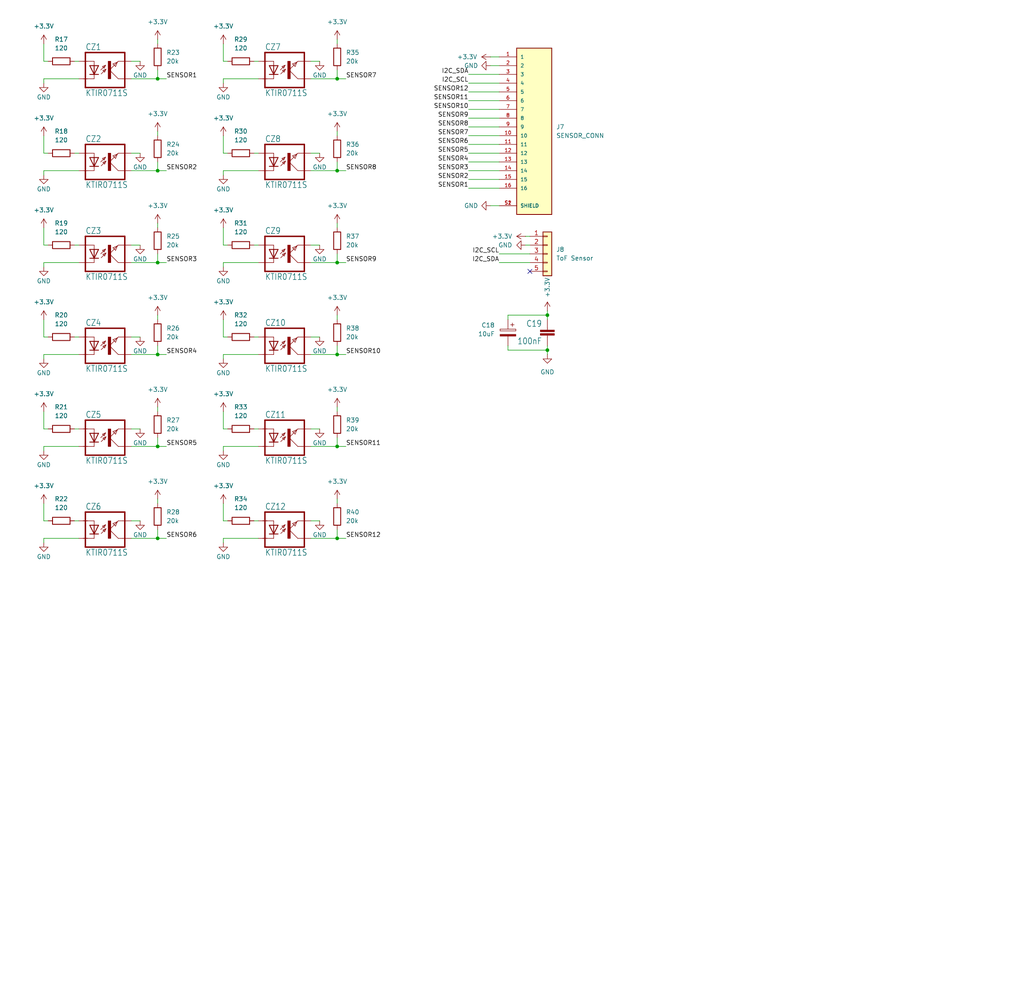
<source format=kicad_sch>
(kicad_sch (version 20231120) (generator "eeschema") (generator_version "8.0")
  (paper "User" 297.002 287.553)
  (lib_symbols
    (symbol "Connector_Generic:Conn_01x05" (pin_names (offset 1.016) hide)
      (property "Reference" "J" (at 0 7.62 0))
      (property "Value" "Conn_01x05" (at 0 -7.62 0))
      (symbol "Conn_01x05_1_1"
        (rectangle (start -1.27 -4.953) (end 0 -5.207) (stroke (width 0.1524)))
        (rectangle (start -1.27 -2.413) (end 0 -2.667) (stroke (width 0.1524)))
        (rectangle (start -1.27 0.127) (end 0 -0.127) (stroke (width 0.1524)))
        (rectangle (start -1.27 2.667) (end 0 2.413) (stroke (width 0.1524)))
        (rectangle (start -1.27 5.207) (end 0 4.953) (stroke (width 0.1524)))
        (rectangle (start -1.27 6.35) (end 1.27 -6.35) (stroke (width 0.254)) (fill (type background)))
        (pin passive line (at -5.08 5.08 0) (length 3.81) (name "Pin_1") (number "1"))
        (pin passive line (at -5.08 2.54 0) (length 3.81) (name "Pin_2") (number "2"))
        (pin passive line (at -5.08 0 0) (length 3.81) (name "Pin_3") (number "3"))
        (pin passive line (at -5.08 -2.54 0) (length 3.81) (name "Pin_4") (number "4"))
        (pin passive line (at -5.08 -5.08 0) (length 3.81) (name "Pin_5") (number "5"))
      )
    )
    (symbol "Device:C_Polarized" (pin_numbers hide) (pin_names (offset 0.254))
      (property "Reference" "C" (at 0.635 2.54 0))
      (property "Value" "C_Polarized" (at 0.635 -2.54 0))
      (symbol "C_Polarized_0_1"
        (rectangle (start -2.286 0.508) (end 2.286 1.016))
        (polyline (pts (xy -1.778 2.286) (xy -0.762 2.286)))
        (polyline (pts (xy -1.27 2.794) (xy -1.27 1.778)))
        (rectangle (start 2.286 -0.508) (end -2.286 -1.016) (fill (type outline)))
      )
      (symbol "C_Polarized_1_1"
        (pin passive line (at 0 3.81 270) (length 2.794) (name "~") (number "1"))
        (pin passive line (at 0 -3.81 90) (length 2.794) (name "~") (number "2"))
      )
    )
    (symbol "Device:R" (pin_numbers hide) (pin_names (offset 0))
      (property "Reference" "R" (at 2.032 0 90))
      (property "Value" "R" (at 0 0 90))
      (symbol "R_0_1"
        (rectangle (start -1.016 -2.54) (end 1.016 2.54) (stroke (width 0.254)))
      )
      (symbol "R_1_1"
        (pin passive line (at 0 3.81 270) (length 1.27) (name "~") (number "1"))
        (pin passive line (at 0 -3.81 90) (length 1.27) (name "~") (number "2"))
      )
    )
    (symbol "FFC2B28-16-G:FFC2B28-16-G" (pin_names (offset 1.016))
      (property "Reference" "J" (at -5.08 23.622 0))
      (property "Value" "FFC2B28-16-G" (at -5.08 -27.94 0))
      (symbol "FFC2B28-16-G_0_0"
        (rectangle (start -5.08 -25.4) (end 5.08 22.86) (stroke (width 0.254)) (fill (type background)))
        (pin passive line (at -10.16 20.32 0) (length 5.08) (name "1") (number "1"))
        (pin passive line (at -10.16 -2.54 0) (length 5.08) (name "10") (number "10"))
        (pin passive line (at -10.16 -5.08 0) (length 5.08) (name "11") (number "11"))
        (pin passive line (at -10.16 -7.62 0) (length 5.08) (name "12") (number "12"))
        (pin passive line (at -10.16 -10.16 0) (length 5.08) (name "13") (number "13"))
        (pin passive line (at -10.16 -12.7 0) (length 5.08) (name "14") (number "14"))
        (pin passive line (at -10.16 -15.24 0) (length 5.08) (name "15") (number "15"))
        (pin passive line (at -10.16 -17.78 0) (length 5.08) (name "16") (number "16"))
        (pin passive line (at -10.16 17.78 0) (length 5.08) (name "2") (number "2"))
        (pin passive line (at -10.16 15.24 0) (length 5.08) (name "3") (number "3"))
        (pin passive line (at -10.16 12.7 0) (length 5.08) (name "4") (number "4"))
        (pin passive line (at -10.16 10.16 0) (length 5.08) (name "5") (number "5"))
        (pin passive line (at -10.16 7.62 0) (length 5.08) (name "6") (number "6"))
        (pin passive line (at -10.16 5.08 0) (length 5.08) (name "7") (number "7"))
        (pin passive line (at -10.16 2.54 0) (length 5.08) (name "8") (number "8"))
        (pin passive line (at -10.16 0 0) (length 5.08) (name "9") (number "9"))
        (pin passive line (at -10.16 -22.86 0) (length 5.08) (name "SHIELD") (number "S1"))
        (pin passive line (at -10.16 -22.86 0) (length 5.08) (name "SHIELD") (number "S2"))
      )
    )
    (symbol "power:+3.3V" (power) (pin_numbers hide) (pin_names (offset 0) hide)
      (property "Value" "+3.3V" (at 0 3.556 0))
      (symbol "+3.3V_0_1"
        (polyline (pts (xy -0.762 1.27) (xy 0 2.54)))
        (polyline (pts (xy 0 0) (xy 0 2.54)))
        (polyline (pts (xy 0 2.54) (xy 0.762 1.27)))
      )
      (symbol "+3.3V_1_1"
        (pin power_in line (at 0 0 90) (length 0) (name "~") (number "1"))
      )
    )
    (symbol "power:GND" (power) (pin_numbers hide) (pin_names (offset 0) hide)
      (property "Value" "GND" (at 0 -3.81 0))
      (symbol "GND_0_1"
        (polyline (pts (xy 0 0) (xy 0 -1.27) (xy 1.27 -1.27) (xy 0 -2.54) (xy -1.27 -1.27) (xy 0 -1.27)))
      )
      (symbol "GND_1_1"
        (pin power_in line (at 0 0 270) (length 0) (name "~") (number "1"))
      )
    )
    (symbol "schemat-eagle-import:ktir0711s_KTIR0711S"
      (property "Reference" "CZ" (at -5.715 5.715 0))
      (symbol "ktir0711s_KTIR0711S_1_0"
        (polyline (pts (xy -5.715 -5.08) (xy 5.715 -5.08)) (stroke (width 0.4064)))
        (polyline (pts (xy -5.715 5.08) (xy -5.715 -5.08)) (stroke (width 0.4064)))
        (polyline (pts (xy -5.715 5.08) (xy 5.715 5.08)) (stroke (width 0.4064)))
        (polyline (pts (xy -3.175 -2.54) (xy -6.35 -2.54)) (stroke (width 0.1524)))
        (polyline (pts (xy -3.175 -1.27) (xy -4.445 -1.27)) (stroke (width 0.254)))
        (polyline (pts (xy -3.175 -1.27) (xy -4.445 1.27)) (stroke (width 0.254)))
        (polyline (pts (xy -3.175 -1.27) (xy -3.175 -2.54)) (stroke (width 0.1524)))
        (polyline (pts (xy -3.175 1.27) (xy -4.445 1.27)) (stroke (width 0.254)))
        (polyline (pts (xy -3.175 1.27) (xy -3.175 -1.27)) (stroke (width 0.254)))
        (polyline (pts (xy -3.175 2.54) (xy -6.35 2.54)) (stroke (width 0.1524)))
        (polyline (pts (xy -3.175 2.54) (xy -3.175 1.27)) (stroke (width 0.1524)))
        (polyline (pts (xy -1.905 -1.27) (xy -3.175 -1.27)) (stroke (width 0.254)))
        (polyline (pts (xy -1.905 1.27) (xy -3.175 -1.27)) (stroke (width 0.254)))
        (polyline (pts (xy -1.905 1.27) (xy -3.175 1.27)) (stroke (width 0.254)))
        (polyline (pts (xy -1.27 0) (xy 0.127 1.397)) (stroke (width 0.1524)))
        (polyline (pts (xy -1.143 -1.143) (xy 0.254 0.254)) (stroke (width 0.1524)))
        (polyline (pts (xy -0.762 1.016) (xy -0.254 0.508)) (stroke (width 0.1524)))
        (polyline (pts (xy -0.635 -0.127) (xy -0.127 -0.635)) (stroke (width 0.1524)))
        (polyline (pts (xy -0.254 0.508) (xy 0.127 1.397)) (stroke (width 0.1524)))
        (polyline (pts (xy -0.127 -0.635) (xy 0.254 0.254)) (stroke (width 0.1524)))
        (polyline (pts (xy 0.127 1.397) (xy -0.762 1.016)) (stroke (width 0.1524)))
        (polyline (pts (xy 0.254 0.254) (xy -0.635 -0.127)) (stroke (width 0.1524)))
        (polyline (pts (xy 1.27 0) (xy 3.556 2.286)) (stroke (width 0.1524)))
        (polyline (pts (xy 2.286 1.778) (xy 3.048 1.016)) (stroke (width 0.1524)))
        (polyline (pts (xy 3.048 1.016) (xy 3.556 2.286)) (stroke (width 0.1524)))
        (polyline (pts (xy 3.556 2.286) (xy 2.286 1.778)) (stroke (width 0.1524)))
        (polyline (pts (xy 3.556 2.286) (xy 3.81 2.54)) (stroke (width 0.1524)))
        (polyline (pts (xy 3.81 -2.54) (xy 1.27 0)) (stroke (width 0.1524)))
        (polyline (pts (xy 5.08 -2.54) (xy 3.81 -2.54)) (stroke (width 0.1524)))
        (polyline (pts (xy 5.08 2.54) (xy 3.81 2.54)) (stroke (width 0.1524)))
        (polyline (pts (xy 5.715 5.08) (xy 5.715 -5.08)) (stroke (width 0.4064)))
        (rectangle (start 0.889 -2.54) (end 1.651 2.54) (fill (type outline)))
        (pin passive line (at -7.62 2.54 0) (length 2.54) (name "ANODA") (number "ANODA"))
        (pin bidirectional line (at 7.62 2.54 180) (length 2.54) (name "EMITER") (number "EMITER"))
        (pin passive line (at -7.62 -2.54 0) (length 2.54) (name "KATODA") (number "KATODA"))
        (pin bidirectional line (at 7.62 -2.54 180) (length 2.54) (name "KOLEKTOR") (number "KOLEKTOR"))
      )
    )
    (symbol "schemat-eagle-import:rcl_C-EUC0805"
      (property "Reference" "C" (at 1.524 0.381 0))
      (symbol "rcl_C-EUC0805_1_0"
        (rectangle (start -2.032 -2.032) (end 2.032 -1.524) (fill (type outline)))
        (rectangle (start -2.032 -1.016) (end 2.032 -0.508) (fill (type outline)))
        (polyline (pts (xy 0 -2.54) (xy 0 -2.032)) (stroke (width 0.1524)))
        (polyline (pts (xy 0 0) (xy 0 -0.508)) (stroke (width 0.1524)))
        (pin passive line (at 0 2.54 270) (length 2.54) (name "1") (number "1"))
        (pin passive line (at 0 -5.08 90) (length 2.54) (name "2") (number "2"))
      )
    )
  )
  (junction (at 158.75 101.6))
  (junction (at 97.79 49.53))
  (junction (at 45.72 156.21))
  (junction (at 158.75 91.44))
  (junction (at 45.72 129.54))
  (junction (at 97.79 76.2))
  (junction (at 97.79 22.86))
  (junction (at 97.79 102.87))
  (junction (at 97.79 156.21))
  (junction (at 45.72 22.86))
  (junction (at 97.79 129.54))
  (junction (at 45.72 76.2))
  (junction (at 45.72 102.87))
  (junction (at 45.72 49.53))
  (no_connect (at 153.67 78.74))
  (wire (pts (xy 64.77 129.54) (xy 74.93 129.54)) (stroke (width 0.1524)))
  (wire (pts (xy 147.32 100.33) (xy 147.32 101.6)))
  (wire (pts (xy 12.7 92.71) (xy 12.7 97.79)) (stroke (width 0.1524)))
  (wire (pts (xy 90.17 129.54) (xy 97.79 129.54)) (stroke (width 0.1524)))
  (wire (pts (xy 73.66 124.46) (xy 74.93 124.46)) (stroke (width 0.1524)))
  (wire (pts (xy 12.7 129.54) (xy 22.86 129.54)) (stroke (width 0.1524)))
  (wire (pts (xy 64.77 146.05) (xy 64.77 151.13)) (stroke (width 0.1524)))
  (wire (pts (xy 64.77 124.46) (xy 66.04 124.46)) (stroke (width 0.1524)))
  (wire (pts (xy 97.79 127) (xy 97.79 129.54)) (stroke (width 0.1524)))
  (wire (pts (xy 45.72 76.2) (xy 48.26 76.2)))
  (wire (pts (xy 64.77 151.13) (xy 66.04 151.13)) (stroke (width 0.1524)))
  (wire (pts (xy 135.89 41.91) (xy 144.78 41.91)))
  (wire (pts (xy 45.72 153.67) (xy 45.72 156.21)) (stroke (width 0.1524)))
  (wire (pts (xy 135.89 26.67) (xy 144.78 26.67)))
  (wire (pts (xy 45.72 156.21) (xy 48.26 156.21)))
  (wire (pts (xy 135.89 46.99) (xy 144.78 46.99)))
  (wire (pts (xy 158.75 90.17) (xy 158.75 91.44)))
  (wire (pts (xy 64.77 49.53) (xy 64.77 50.8)))
  (wire (pts (xy 38.1 76.2) (xy 45.72 76.2)) (stroke (width 0.1524)))
  (wire (pts (xy 97.79 11.43) (xy 97.79 12.7)) (stroke (width 0.1524)))
  (wire (pts (xy 45.72 46.99) (xy 45.72 49.53)) (stroke (width 0.1524)))
  (wire (pts (xy 21.59 124.46) (xy 22.86 124.46)) (stroke (width 0.1524)))
  (wire (pts (xy 64.77 119.38) (xy 64.77 124.46)) (stroke (width 0.1524)))
  (wire (pts (xy 45.72 73.66) (xy 45.72 76.2)) (stroke (width 0.1524)))
  (wire (pts (xy 12.7 102.87) (xy 12.7 104.14)))
  (wire (pts (xy 64.77 102.87) (xy 74.93 102.87)))
  (wire (pts (xy 90.17 49.53) (xy 97.79 49.53)) (stroke (width 0.1524)))
  (wire (pts (xy 97.79 100.33) (xy 97.79 102.87)) (stroke (width 0.1524)))
  (wire (pts (xy 45.72 22.86) (xy 48.26 22.86)))
  (wire (pts (xy 97.79 153.67) (xy 97.79 156.21)) (stroke (width 0.1524)))
  (wire (pts (xy 21.59 44.45) (xy 22.86 44.45)) (stroke (width 0.1524)))
  (wire (pts (xy 97.79 156.21) (xy 100.33 156.21)))
  (wire (pts (xy 45.72 118.11) (xy 45.72 119.38)) (stroke (width 0.1524)))
  (wire (pts (xy 90.17 156.21) (xy 97.79 156.21)) (stroke (width 0.1524)))
  (wire (pts (xy 64.77 66.04) (xy 64.77 71.12)) (stroke (width 0.1524)))
  (wire (pts (xy 12.7 156.21) (xy 22.86 156.21)) (stroke (width 0.1524)))
  (wire (pts (xy 144.78 31.75) (xy 135.89 31.75)))
  (wire (pts (xy 97.79 144.78) (xy 97.79 146.05)) (stroke (width 0.1524)))
  (wire (pts (xy 64.77 156.21) (xy 74.93 156.21)))
  (wire (pts (xy 12.7 17.78) (xy 13.97 17.78)) (stroke (width 0.1524)))
  (wire (pts (xy 21.59 151.13) (xy 22.86 151.13)) (stroke (width 0.1524)))
  (wire (pts (xy 97.79 38.1) (xy 97.79 39.37)) (stroke (width 0.1524)))
  (wire (pts (xy 158.75 101.6) (xy 158.75 102.87)))
  (wire (pts (xy 142.24 16.51) (xy 144.78 16.51)))
  (wire (pts (xy 147.32 91.44) (xy 147.32 92.71)))
  (wire (pts (xy 144.78 59.69) (xy 142.24 59.69)))
  (wire (pts (xy 38.1 71.12) (xy 40.64 71.12)) (stroke (width 0.1524)))
  (wire (pts (xy 12.7 66.04) (xy 12.7 71.12)) (stroke (width 0.1524)))
  (wire (pts (xy 64.77 129.54) (xy 64.77 130.81)))
  (wire (pts (xy 45.72 11.43) (xy 45.72 12.7)) (stroke (width 0.1524)))
  (wire (pts (xy 38.1 156.21) (xy 45.72 156.21)) (stroke (width 0.1524)))
  (wire (pts (xy 152.4 68.58) (xy 153.67 68.58)))
  (wire (pts (xy 45.72 38.1) (xy 45.72 39.37)) (stroke (width 0.1524)))
  (wire (pts (xy 38.1 97.79) (xy 40.64 97.79)) (stroke (width 0.1524)))
  (wire (pts (xy 38.1 124.46) (xy 40.64 124.46)) (stroke (width 0.1524)))
  (wire (pts (xy 38.1 129.54) (xy 45.72 129.54)) (stroke (width 0.1524)))
  (wire (pts (xy 64.77 102.87) (xy 64.77 104.14)))
  (wire (pts (xy 135.89 36.83) (xy 144.78 36.83)))
  (wire (pts (xy 45.72 91.44) (xy 45.72 92.71)) (stroke (width 0.1524)))
  (wire (pts (xy 12.7 146.05) (xy 12.7 151.13)) (stroke (width 0.1524)))
  (wire (pts (xy 12.7 124.46) (xy 13.97 124.46)) (stroke (width 0.1524)))
  (wire (pts (xy 12.7 39.37) (xy 12.7 44.45)) (stroke (width 0.1524)))
  (wire (pts (xy 90.17 22.86) (xy 97.79 22.86)) (stroke (width 0.1524)))
  (wire (pts (xy 12.7 71.12) (xy 13.97 71.12)) (stroke (width 0.1524)))
  (wire (pts (xy 12.7 49.53) (xy 12.7 50.8)))
  (wire (pts (xy 135.89 34.29) (xy 144.78 34.29)))
  (wire (pts (xy 12.7 49.53) (xy 22.86 49.53)) (stroke (width 0.1524)))
  (wire (pts (xy 97.79 91.44) (xy 97.79 92.71)) (stroke (width 0.1524)))
  (wire (pts (xy 38.1 102.87) (xy 45.72 102.87)) (stroke (width 0.1524)))
  (wire (pts (xy 12.7 44.45) (xy 13.97 44.45)) (stroke (width 0.1524)))
  (wire (pts (xy 21.59 97.79) (xy 22.86 97.79)) (stroke (width 0.1524)))
  (wire (pts (xy 45.72 20.32) (xy 45.72 22.86)) (stroke (width 0.1524)))
  (wire (pts (xy 152.4 71.12) (xy 153.67 71.12)))
  (wire (pts (xy 158.75 91.44) (xy 158.75 92.71)))
  (wire (pts (xy 45.72 102.87) (xy 48.26 102.87)))
  (wire (pts (xy 21.59 17.78) (xy 22.86 17.78)) (stroke (width 0.1524)))
  (wire (pts (xy 64.77 22.86) (xy 64.77 24.13)))
  (wire (pts (xy 97.79 118.11) (xy 97.79 119.38)) (stroke (width 0.1524)))
  (wire (pts (xy 38.1 17.78) (xy 40.64 17.78)) (stroke (width 0.1524)))
  (wire (pts (xy 90.17 102.87) (xy 97.79 102.87)) (stroke (width 0.1524)))
  (wire (pts (xy 21.59 71.12) (xy 22.86 71.12)) (stroke (width 0.1524)))
  (wire (pts (xy 147.32 91.44) (xy 158.75 91.44)))
  (wire (pts (xy 64.77 156.21) (xy 64.77 157.48)))
  (wire (pts (xy 90.17 124.46) (xy 92.71 124.46)) (stroke (width 0.1524)))
  (wire (pts (xy 135.89 52.07) (xy 144.78 52.07)))
  (wire (pts (xy 45.72 49.53) (xy 48.26 49.53)))
  (wire (pts (xy 144.78 76.2) (xy 153.67 76.2)))
  (wire (pts (xy 12.7 102.87) (xy 22.86 102.87)) (stroke (width 0.1524)))
  (wire (pts (xy 64.77 39.37) (xy 64.77 44.45)) (stroke (width 0.1524)))
  (wire (pts (xy 64.77 71.12) (xy 66.04 71.12)) (stroke (width 0.1524)))
  (wire (pts (xy 97.79 20.32) (xy 97.79 22.86)) (stroke (width 0.1524)))
  (wire (pts (xy 147.32 101.6) (xy 158.75 101.6)))
  (wire (pts (xy 73.66 97.79) (xy 74.93 97.79)) (stroke (width 0.1524)))
  (wire (pts (xy 64.77 44.45) (xy 66.04 44.45)) (stroke (width 0.1524)))
  (wire (pts (xy 64.77 97.79) (xy 66.04 97.79)) (stroke (width 0.1524)))
  (wire (pts (xy 64.77 76.2) (xy 64.77 77.47)))
  (wire (pts (xy 64.77 92.71) (xy 64.77 97.79)) (stroke (width 0.1524)))
  (wire (pts (xy 45.72 64.77) (xy 45.72 66.04)) (stroke (width 0.1524)))
  (wire (pts (xy 135.89 24.13) (xy 144.78 24.13)))
  (wire (pts (xy 97.79 129.54) (xy 100.33 129.54)))
  (wire (pts (xy 135.89 29.21) (xy 144.78 29.21)))
  (wire (pts (xy 12.7 119.38) (xy 12.7 124.46)) (stroke (width 0.1524)))
  (wire (pts (xy 45.72 144.78) (xy 45.72 146.05)) (stroke (width 0.1524)))
  (wire (pts (xy 38.1 49.53) (xy 45.72 49.53)) (stroke (width 0.1524)))
  (wire (pts (xy 135.89 54.61) (xy 144.78 54.61)))
  (wire (pts (xy 142.24 19.05) (xy 144.78 19.05)))
  (wire (pts (xy 12.7 151.13) (xy 13.97 151.13)) (stroke (width 0.1524)))
  (wire (pts (xy 38.1 151.13) (xy 40.64 151.13)) (stroke (width 0.1524)))
  (wire (pts (xy 97.79 73.66) (xy 97.79 76.2)) (stroke (width 0.1524)))
  (wire (pts (xy 97.79 76.2) (xy 100.33 76.2)))
  (wire (pts (xy 135.89 49.53) (xy 144.78 49.53)))
  (wire (pts (xy 90.17 44.45) (xy 92.71 44.45)) (stroke (width 0.1524)))
  (wire (pts (xy 90.17 76.2) (xy 97.79 76.2)) (stroke (width 0.1524)))
  (wire (pts (xy 73.66 17.78) (xy 74.93 17.78)) (stroke (width 0.1524)))
  (wire (pts (xy 12.7 76.2) (xy 12.7 77.47)))
  (wire (pts (xy 64.77 22.86) (xy 74.93 22.86)))
  (wire (pts (xy 64.77 76.2) (xy 74.93 76.2)))
  (wire (pts (xy 135.89 44.45) (xy 144.78 44.45)))
  (wire (pts (xy 64.77 49.53) (xy 74.93 49.53)))
  (wire (pts (xy 97.79 102.87) (xy 100.33 102.87)))
  (wire (pts (xy 97.79 22.86) (xy 100.33 22.86)))
  (wire (pts (xy 90.17 71.12) (xy 92.71 71.12)) (stroke (width 0.1524)))
  (wire (pts (xy 90.17 151.13) (xy 92.71 151.13)) (stroke (width 0.1524)))
  (wire (pts (xy 38.1 44.45) (xy 40.64 44.45)) (stroke (width 0.1524)))
  (wire (pts (xy 12.7 22.86) (xy 22.86 22.86)) (stroke (width 0.1524)))
  (wire (pts (xy 64.77 12.7) (xy 64.77 17.78)) (stroke (width 0.1524)))
  (wire (pts (xy 97.79 46.99) (xy 97.79 49.53)) (stroke (width 0.1524)))
  (wire (pts (xy 45.72 129.54) (xy 48.26 129.54)))
  (wire (pts (xy 12.7 156.21) (xy 12.7 157.48)))
  (wire (pts (xy 12.7 76.2) (xy 22.86 76.2)) (stroke (width 0.1524)))
  (wire (pts (xy 45.72 127) (xy 45.72 129.54)) (stroke (width 0.1524)))
  (wire (pts (xy 12.7 97.79) (xy 13.97 97.79)) (stroke (width 0.1524)))
  (wire (pts (xy 12.7 22.86) (xy 12.7 24.13)))
  (wire (pts (xy 73.66 44.45) (xy 74.93 44.45)) (stroke (width 0.1524)))
  (wire (pts (xy 135.89 21.59) (xy 144.78 21.59)))
  (wire (pts (xy 73.66 151.13) (xy 74.93 151.13)) (stroke (width 0.1524)))
  (wire (pts (xy 73.66 71.12) (xy 74.93 71.12)) (stroke (width 0.1524)))
  (wire (pts (xy 97.79 49.53) (xy 100.33 49.53)))
  (wire (pts (xy 45.72 100.33) (xy 45.72 102.87)) (stroke (width 0.1524)))
  (wire (pts (xy 135.89 39.37) (xy 144.78 39.37)))
  (wire (pts (xy 12.7 129.54) (xy 12.7 130.81)))
  (wire (pts (xy 12.7 12.7) (xy 12.7 17.78)) (stroke (width 0.1524)))
  (wire (pts (xy 90.17 97.79) (xy 92.71 97.79)) (stroke (width 0.1524)))
  (wire (pts (xy 90.17 17.78) (xy 92.71 17.78)) (stroke (width 0.1524)))
  (wire (pts (xy 64.77 17.78) (xy 66.04 17.78)) (stroke (width 0.1524)))
  (wire (pts (xy 97.79 64.77) (xy 97.79 66.04)) (stroke (width 0.1524)))
  (wire (pts (xy 144.78 73.66) (xy 153.67 73.66)))
  (wire (pts (xy 38.1 22.86) (xy 45.72 22.86)) (stroke (width 0.1524)))
  (wire (pts (xy 158.75 100.33) (xy 158.75 101.6)))
  (label "SENSOR9" (at 135.89 34.29 180))
  (label "SENSOR8" (at 100.33 49.53 0))
  (label "SENSOR2" (at 135.89 52.07 180))
  (label "SENSOR6" (at 48.26 156.21 0))
  (label "SENSOR7" (at 135.89 39.37 180))
  (label "SENSOR1" (at 135.89 54.61 180))
  (label "SENSOR12" (at 100.33 156.21 0))
  (label "SENSOR1" (at 48.26 22.86 0))
  (label "SENSOR11" (at 135.89 29.21 180))
  (label "I2C_SCL" (at 135.89 24.13 180))
  (label "SENSOR9" (at 100.33 76.2 0))
  (label "SENSOR10" (at 135.89 31.75 180))
  (label "SENSOR6" (at 135.89 41.91 180))
  (label "SENSOR5" (at 135.89 44.45 180))
  (label "I2C_SDA" (at 135.89 21.59 180))
  (label "SENSOR7" (at 100.33 22.86 0))
  (label "I2C_SCL" (at 144.78 73.66 180))
  (label "SENSOR5" (at 48.26 129.54 0))
  (label "SENSOR3" (at 48.26 76.2 0))
  (label "SENSOR10" (at 100.33 102.87 0))
  (label "SENSOR4" (at 135.89 46.99 180))
  (label "SENSOR4" (at 48.26 102.87 0))
  (label "SENSOR12" (at 135.89 26.67 180))
  (label "SENSOR2" (at 48.26 49.53 0))
  (label "SENSOR8" (at 135.89 36.83 180))
  (label "SENSOR11" (at 100.33 129.54 0))
  (label "I2C_SDA" (at 144.78 76.2 180))
  (label "SENSOR3" (at 135.89 49.53 180))
  (symbol (lib_id "power:+3.3V") (at 12.7 12.7 0) (unit 1)
    (property "Reference" "#PWR044" (effects (hide yes)))
    (property "Value" "+3.3V" (at 12.7 7.62 0))
    (property "Description" "Power symbol creates a global label with name \"+3.3V\"" (effects (hide yes)))
  )
  (symbol (lib_id "power:GND") (at 142.24 19.05 270) (mirror x) (unit 1)
    (property "Reference" "#PWR093" (effects (hide yes)))
    (property "Value" "GND" (at 138.684 19.05 90) (effects (justify right)))
    (property "Description" "Power symbol creates a global label with name \"GND\" , ground" (effects (hide yes)))
  )
  (symbol (lib_id "power:+3.3V") (at 97.79 38.1 0) (unit 1)
    (property "Reference" "#PWR087" (effects (hide yes)))
    (property "Value" "+3.3V" (at 97.79 33.02 0))
    (property "Description" "Power symbol creates a global label with name \"+3.3V\"" (effects (hide yes)))
  )
  (symbol (lib_id "Device:R") (at 97.79 96.52 0) (unit 1)
    (property "Reference" "R38" (at 100.33 95.2499 0) (effects (justify left)))
    (property "Value" "20k" (at 100.33 97.7899 0) (effects (justify left)))
    (property "Footprint" "Resistor_SMD:R_0603_1608Metric_Pad0.98x0.95mm_HandSolder" (effects (hide yes)))
    (property "Description" "Resistor" (effects (hide yes)))
  )
  (symbol (lib_id "Device:R") (at 97.79 123.19 0) (unit 1)
    (property "Reference" "R39" (at 100.33 121.9199 0) (effects (justify left)))
    (property "Value" "20k" (at 100.33 124.4599 0) (effects (justify left)))
    (property "Footprint" "Resistor_SMD:R_0603_1608Metric_Pad0.98x0.95mm_HandSolder" (effects (hide yes)))
    (property "Description" "Resistor" (effects (hide yes)))
  )
  (symbol (lib_id "Device:R") (at 69.85 17.78 90) (unit 1)
    (property "Reference" "R29" (at 69.85 11.43 90))
    (property "Value" "120" (at 69.85 13.97 90))
    (property "Footprint" "Resistor_SMD:R_0603_1608Metric_Pad0.98x0.95mm_HandSolder" (effects (hide yes)))
    (property "Description" "Resistor" (effects (hide yes)))
  )
  (symbol (lib_id "Device:R") (at 17.78 44.45 90) (unit 1)
    (property "Reference" "R18" (at 17.78 38.1 90))
    (property "Value" "120" (at 17.78 40.64 90))
    (property "Footprint" "Resistor_SMD:R_0603_1608Metric_Pad0.98x0.95mm_HandSolder" (effects (hide yes)))
    (property "Description" "Resistor" (effects (hide yes)))
  )
  (symbol (lib_id "power:+3.3V") (at 45.72 118.11 0) (unit 1)
    (property "Reference" "#PWR066" (effects (hide yes)))
    (property "Value" "+3.3V" (at 45.72 113.03 0))
    (property "Description" "Power symbol creates a global label with name \"+3.3V\"" (effects (hide yes)))
  )
  (symbol (lib_id "power:+3.3V") (at 12.7 92.71 0) (unit 1)
    (property "Reference" "#PWR050" (effects (hide yes)))
    (property "Value" "+3.3V" (at 12.7 87.63 0))
    (property "Description" "Power symbol creates a global label with name \"+3.3V\"" (effects (hide yes)))
  )
  (symbol (lib_id "schemat-eagle-import:ktir0711s_KTIR0711S") (at 30.48 46.99 0) (unit 1)
    (property "Reference" "CZ2" (at 24.765 41.275 0) (effects (font (size 1.778 1.5113)) (justify left bottom)))
    (property "Value" "KTIR0711S" (at 24.765 54.61 0) (effects (font (size 1.778 1.5113)) (justify left bottom)))
    (property "Footprint" "schemat:TOP" (effects (hide yes)))
  )
  (symbol (lib_id "power:+3.3V") (at 12.7 66.04 0) (unit 1)
    (property "Reference" "#PWR048" (effects (hide yes)))
    (property "Value" "+3.3V" (at 12.7 60.96 0))
    (property "Description" "Power symbol creates a global label with name \"+3.3V\"" (effects (hide yes)))
  )
  (symbol (lib_id "Device:R") (at 97.79 149.86 0) (unit 1)
    (property "Reference" "R40" (at 100.33 148.5899 0) (effects (justify left)))
    (property "Value" "20k" (at 100.33 151.1299 0) (effects (justify left)))
    (property "Footprint" "Resistor_SMD:R_0603_1608Metric_Pad0.98x0.95mm_HandSolder" (effects (hide yes)))
    (property "Description" "Resistor" (effects (hide yes)))
  )
  (symbol (lib_id "power:GND") (at 64.77 130.81 0) (mirror y) (unit 1)
    (property "Reference" "#PWR077" (effects (hide yes)))
    (property "Value" "GND" (at 64.77 134.874 0))
    (property "Description" "Power symbol creates a global label with name \"GND\" , ground" (effects (hide yes)))
  )
  (symbol (lib_id "power:+3.3V") (at 97.79 91.44 0) (unit 1)
    (property "Reference" "#PWR089" (effects (hide yes)))
    (property "Value" "+3.3V" (at 97.79 86.36 0))
    (property "Description" "Power symbol creates a global label with name \"+3.3V\"" (effects (hide yes)))
  )
  (symbol (lib_id "Device:R") (at 45.72 123.19 0) (unit 1)
    (property "Reference" "R27" (at 48.26 121.9199 0) (effects (justify left)))
    (property "Value" "20k" (at 48.26 124.4599 0) (effects (justify left)))
    (property "Footprint" "Resistor_SMD:R_0603_1608Metric_Pad0.98x0.95mm_HandSolder" (effects (hide yes)))
    (property "Description" "Resistor" (effects (hide yes)))
  )
  (symbol (lib_id "power:GND") (at 158.75 102.87 0) (mirror y) (unit 1)
    (property "Reference" "#PWR098" (effects (hide yes)))
    (property "Value" "GND" (at 158.75 107.95 0))
    (property "Description" "Power symbol creates a global label with name \"GND\" , ground" (effects (hide yes)))
  )
  (symbol (lib_id "schemat-eagle-import:ktir0711s_KTIR0711S") (at 82.55 46.99 0) (unit 1)
    (property "Reference" "CZ8" (at 76.835 41.275 0) (effects (font (size 1.778 1.5113)) (justify left bottom)))
    (property "Value" "KTIR0711S" (at 76.835 54.61 0) (effects (font (size 1.778 1.5113)) (justify left bottom)))
    (property "Footprint" "schemat:TOP" (effects (hide yes)))
  )
  (symbol (lib_id "schemat-eagle-import:ktir0711s_KTIR0711S") (at 82.55 100.33 0) (unit 1)
    (property "Reference" "CZ10" (at 76.835 94.615 0) (effects (font (size 1.778 1.5113)) (justify left bottom)))
    (property "Value" "KTIR0711S" (at 76.835 107.95 0) (effects (font (size 1.778 1.5113)) (justify left bottom)))
    (property "Footprint" "schemat:TOP" (effects (hide yes)))
  )
  (symbol (lib_id "power:+3.3V") (at 64.77 66.04 0) (unit 1)
    (property "Reference" "#PWR072" (effects (hide yes)))
    (property "Value" "+3.3V" (at 64.77 60.96 0))
    (property "Description" "Power symbol creates a global label with name \"+3.3V\"" (effects (hide yes)))
  )
  (symbol (lib_id "power:+3.3V") (at 97.79 64.77 0) (unit 1)
    (property "Reference" "#PWR088" (effects (hide yes)))
    (property "Value" "+3.3V" (at 97.79 59.69 0))
    (property "Description" "Power symbol creates a global label with name \"+3.3V\"" (effects (hide yes)))
  )
  (symbol (lib_id "power:GND") (at 64.77 24.13 0) (mirror y) (unit 1)
    (property "Reference" "#PWR069" (effects (hide yes)))
    (property "Value" "GND" (at 64.77 28.194 0))
    (property "Description" "Power symbol creates a global label with name \"GND\" , ground" (effects (hide yes)))
  )
  (symbol (lib_id "Device:R") (at 69.85 151.13 90) (unit 1)
    (property "Reference" "R34" (at 69.85 144.78 90))
    (property "Value" "120" (at 69.85 147.32 90))
    (property "Footprint" "Resistor_SMD:R_0603_1608Metric_Pad0.98x0.95mm_HandSolder" (effects (hide yes)))
    (property "Description" "Resistor" (effects (hide yes)))
  )
  (symbol (lib_id "Device:R") (at 69.85 44.45 90) (unit 1)
    (property "Reference" "R30" (at 69.85 38.1 90))
    (property "Value" "120" (at 69.85 40.64 90))
    (property "Footprint" "Resistor_SMD:R_0603_1608Metric_Pad0.98x0.95mm_HandSolder" (effects (hide yes)))
    (property "Description" "Resistor" (effects (hide yes)))
  )
  (symbol (lib_id "Device:C_Polarized") (at 147.32 96.52 0) (mirror y) (unit 1)
    (property "Reference" "C18" (at 143.51 94.3609 0) (effects (justify left)))
    (property "Value" "10uF" (at 143.51 96.9009 0) (effects (justify left)))
    (property "Footprint" "Capacitor_Tantalum_SMD:CAP_293D-B_VSS" (effects (hide yes)))
    (property "Description" "Polarized capacitor" (effects (hide yes)))
  )
  (symbol (lib_id "Device:R") (at 17.78 124.46 90) (unit 1)
    (property "Reference" "R21" (at 17.78 118.11 90))
    (property "Value" "120" (at 17.78 120.65 90))
    (property "Footprint" "Resistor_SMD:R_0603_1608Metric_Pad0.98x0.95mm_HandSolder" (effects (hide yes)))
    (property "Description" "Resistor" (effects (hide yes)))
  )
  (symbol (lib_id "power:GND") (at 40.64 151.13 0) (mirror y) (unit 1)
    (property "Reference" "#PWR061" (effects (hide yes)))
    (property "Value" "GND" (at 40.64 155.194 0))
    (property "Description" "Power symbol creates a global label with name \"GND\" , ground" (effects (hide yes)))
  )
  (symbol (lib_id "power:+3.3V") (at 97.79 11.43 0) (unit 1)
    (property "Reference" "#PWR086" (effects (hide yes)))
    (property "Value" "+3.3V" (at 97.79 6.35 0))
    (property "Description" "Power symbol creates a global label with name \"+3.3V\"" (effects (hide yes)))
  )
  (symbol (lib_id "schemat-eagle-import:ktir0711s_KTIR0711S") (at 30.48 20.32 0) (unit 1)
    (property "Reference" "CZ1" (at 24.765 14.605 0) (effects (font (size 1.778 1.5113)) (justify left bottom)))
    (property "Value" "KTIR0711S" (at 24.765 27.94 0) (effects (font (size 1.778 1.5113)) (justify left bottom)))
    (property "Footprint" "schemat:TOP" (effects (hide yes)))
  )
  (symbol (lib_id "power:+3.3V") (at 152.4 68.58 90) (unit 1)
    (property "Reference" "#PWR095" (effects (hide yes)))
    (property "Value" "+3.3V" (at 148.59 68.5799 90) (effects (justify left)))
    (property "Description" "Power symbol creates a global label with name \"+3.3V\"" (effects (hide yes)))
  )
  (symbol (lib_id "Device:R") (at 45.72 43.18 0) (unit 1)
    (property "Reference" "R24" (at 48.26 41.9099 0) (effects (justify left)))
    (property "Value" "20k" (at 48.26 44.4499 0) (effects (justify left)))
    (property "Footprint" "Resistor_SMD:R_0603_1608Metric_Pad0.98x0.95mm_HandSolder" (effects (hide yes)))
    (property "Description" "Resistor" (effects (hide yes)))
  )
  (symbol (lib_id "power:GND") (at 92.71 151.13 0) (mirror y) (unit 1)
    (property "Reference" "#PWR085" (effects (hide yes)))
    (property "Value" "GND" (at 92.71 155.194 0))
    (property "Description" "Power symbol creates a global label with name \"GND\" , ground" (effects (hide yes)))
  )
  (symbol (lib_id "Device:R") (at 97.79 16.51 0) (unit 1)
    (property "Reference" "R35" (at 100.33 15.2399 0) (effects (justify left)))
    (property "Value" "20k" (at 100.33 17.7799 0) (effects (justify left)))
    (property "Footprint" "Resistor_SMD:R_0603_1608Metric_Pad0.98x0.95mm_HandSolder" (effects (hide yes)))
    (property "Description" "Resistor" (effects (hide yes)))
  )
  (symbol (lib_id "Device:R") (at 45.72 149.86 0) (unit 1)
    (property "Reference" "R28" (at 48.26 148.5899 0) (effects (justify left)))
    (property "Value" "20k" (at 48.26 151.1299 0) (effects (justify left)))
    (property "Footprint" "Resistor_SMD:R_0603_1608Metric_Pad0.98x0.95mm_HandSolder" (effects (hide yes)))
    (property "Description" "Resistor" (effects (hide yes)))
  )
  (symbol (lib_id "power:+3.3V") (at 64.77 92.71 0) (unit 1)
    (property "Reference" "#PWR074" (effects (hide yes)))
    (property "Value" "+3.3V" (at 64.77 87.63 0))
    (property "Description" "Power symbol creates a global label with name \"+3.3V\"" (effects (hide yes)))
  )
  (symbol (lib_id "Device:R") (at 69.85 124.46 90) (unit 1)
    (property "Reference" "R33" (at 69.85 118.11 90))
    (property "Value" "120" (at 69.85 120.65 90))
    (property "Footprint" "Resistor_SMD:R_0603_1608Metric_Pad0.98x0.95mm_HandSolder" (effects (hide yes)))
    (property "Description" "Resistor" (effects (hide yes)))
  )
  (symbol (lib_id "power:GND") (at 40.64 71.12 0) (mirror y) (unit 1)
    (property "Reference" "#PWR058" (effects (hide yes)))
    (property "Value" "GND" (at 40.64 75.184 0))
    (property "Description" "Power symbol creates a global label with name \"GND\" , ground" (effects (hide yes)))
  )
  (symbol (lib_id "power:GND") (at 40.64 44.45 0) (mirror y) (unit 1)
    (property "Reference" "#PWR057" (effects (hide yes)))
    (property "Value" "GND" (at 40.64 48.514 0))
    (property "Description" "Power symbol creates a global label with name \"GND\" , ground" (effects (hide yes)))
  )
  (symbol (lib_id "power:GND") (at 12.7 50.8 0) (mirror y) (unit 1)
    (property "Reference" "#PWR047" (effects (hide yes)))
    (property "Value" "GND" (at 12.7 54.864 0))
    (property "Description" "Power symbol creates a global label with name \"GND\" , ground" (effects (hide yes)))
  )
  (symbol (lib_id "power:+3.3V") (at 97.79 144.78 0) (unit 1)
    (property "Reference" "#PWR091" (effects (hide yes)))
    (property "Value" "+3.3V" (at 97.79 139.7 0))
    (property "Description" "Power symbol creates a global label with name \"+3.3V\"" (effects (hide yes)))
  )
  (symbol (lib_id "power:GND") (at 64.77 104.14 0) (mirror y) (unit 1)
    (property "Reference" "#PWR075" (effects (hide yes)))
    (property "Value" "GND" (at 64.77 108.204 0))
    (property "Description" "Power symbol creates a global label with name \"GND\" , ground" (effects (hide yes)))
  )
  (symbol (lib_id "schemat-eagle-import:ktir0711s_KTIR0711S") (at 30.48 153.67 0) (unit 1)
    (property "Reference" "CZ6" (at 24.765 147.955 0) (effects (font (size 1.778 1.5113)) (justify left bottom)))
    (property "Value" "KTIR0711S" (at 24.765 161.29 0) (effects (font (size 1.778 1.5113)) (justify left bottom)))
    (property "Footprint" "schemat:TOP" (effects (hide yes)))
  )
  (symbol (lib_id "power:+3.3V") (at 64.77 39.37 0) (unit 1)
    (property "Reference" "#PWR070" (effects (hide yes)))
    (property "Value" "+3.3V" (at 64.77 34.29 0))
    (property "Description" "Power symbol creates a global label with name \"+3.3V\"" (effects (hide yes)))
  )
  (symbol (lib_id "power:+3.3V") (at 97.79 118.11 0) (unit 1)
    (property "Reference" "#PWR090" (effects (hide yes)))
    (property "Value" "+3.3V" (at 97.79 113.03 0))
    (property "Description" "Power symbol creates a global label with name \"+3.3V\"" (effects (hide yes)))
  )
  (symbol (lib_id "power:GND") (at 12.7 157.48 0) (mirror y) (unit 1)
    (property "Reference" "#PWR055" (effects (hide yes)))
    (property "Value" "GND" (at 12.7 161.544 0))
    (property "Description" "Power symbol creates a global label with name \"GND\" , ground" (effects (hide yes)))
  )
  (symbol (lib_id "power:GND") (at 40.64 17.78 0) (mirror y) (unit 1)
    (property "Reference" "#PWR056" (effects (hide yes)))
    (property "Value" "GND" (at 40.64 21.844 0))
    (property "Description" "Power symbol creates a global label with name \"GND\" , ground" (effects (hide yes)))
  )
  (symbol (lib_id "power:+3.3V") (at 142.24 16.51 90) (mirror x) (unit 1)
    (property "Reference" "#PWR092" (effects (hide yes)))
    (property "Value" "+3.3V" (at 138.43 16.5101 90) (effects (justify left)))
    (property "Description" "Power symbol creates a global label with name \"+3.3V\"" (effects (hide yes)))
  )
  (symbol (lib_id "Device:R") (at 69.85 71.12 90) (unit 1)
    (property "Reference" "R31" (at 69.85 64.77 90))
    (property "Value" "120" (at 69.85 67.31 90))
    (property "Footprint" "Resistor_SMD:R_0603_1608Metric_Pad0.98x0.95mm_HandSolder" (effects (hide yes)))
    (property "Description" "Resistor" (effects (hide yes)))
  )
  (symbol (lib_id "schemat-eagle-import:ktir0711s_KTIR0711S") (at 30.48 73.66 0) (unit 1)
    (property "Reference" "CZ3" (at 24.765 67.945 0) (effects (font (size 1.778 1.5113)) (justify left bottom)))
    (property "Value" "KTIR0711S" (at 24.765 81.28 0) (effects (font (size 1.778 1.5113)) (justify left bottom)))
    (property "Footprint" "schemat:TOP" (effects (hide yes)))
  )
  (symbol (lib_id "power:GND") (at 12.7 130.81 0) (mirror y) (unit 1)
    (property "Reference" "#PWR053" (effects (hide yes)))
    (property "Value" "GND" (at 12.7 134.874 0))
    (property "Description" "Power symbol creates a global label with name \"GND\" , ground" (effects (hide yes)))
  )
  (symbol (lib_id "power:GND") (at 152.4 71.12 270) (mirror x) (unit 1)
    (property "Reference" "#PWR096" (effects (hide yes)))
    (property "Value" "GND" (at 148.59 71.1199 90) (effects (justify right)))
    (property "Description" "Power symbol creates a global label with name \"GND\" , ground" (effects (hide yes)))
  )
  (symbol (lib_id "schemat-eagle-import:ktir0711s_KTIR0711S") (at 82.55 127 0) (unit 1)
    (property "Reference" "CZ11" (at 76.835 121.285 0) (effects (font (size 1.778 1.5113)) (justify left bottom)))
    (property "Value" "KTIR0711S" (at 76.835 134.62 0) (effects (font (size 1.778 1.5113)) (justify left bottom)))
    (property "Footprint" "schemat:TOP" (effects (hide yes)))
  )
  (symbol (lib_id "power:GND") (at 12.7 24.13 0) (mirror y) (unit 1)
    (property "Reference" "#PWR045" (effects (hide yes)))
    (property "Value" "GND" (at 12.7 28.194 0))
    (property "Description" "Power symbol creates a global label with name \"GND\" , ground" (effects (hide yes)))
  )
  (symbol (lib_id "power:+3.3V") (at 12.7 39.37 0) (unit 1)
    (property "Reference" "#PWR046" (effects (hide yes)))
    (property "Value" "+3.3V" (at 12.7 34.29 0))
    (property "Description" "Power symbol creates a global label with name \"+3.3V\"" (effects (hide yes)))
  )
  (symbol (lib_id "Device:R") (at 45.72 69.85 0) (unit 1)
    (property "Reference" "R25" (at 48.26 68.5799 0) (effects (justify left)))
    (property "Value" "20k" (at 48.26 71.1199 0) (effects (justify left)))
    (property "Footprint" "Resistor_SMD:R_0603_1608Metric_Pad0.98x0.95mm_HandSolder" (effects (hide yes)))
    (property "Description" "Resistor" (effects (hide yes)))
  )
  (symbol (lib_id "power:+3.3V") (at 45.72 38.1 0) (unit 1)
    (property "Reference" "#PWR063" (effects (hide yes)))
    (property "Value" "+3.3V" (at 45.72 33.02 0))
    (property "Description" "Power symbol creates a global label with name \"+3.3V\"" (effects (hide yes)))
  )
  (symbol (lib_id "Device:R") (at 69.85 97.79 90) (unit 1)
    (property "Reference" "R32" (at 69.85 91.44 90))
    (property "Value" "120" (at 69.85 93.98 90))
    (property "Footprint" "Resistor_SMD:R_0603_1608Metric_Pad0.98x0.95mm_HandSolder" (effects (hide yes)))
    (property "Description" "Resistor" (effects (hide yes)))
  )
  (symbol (lib_id "Device:R") (at 17.78 71.12 90) (unit 1)
    (property "Reference" "R19" (at 17.78 64.77 90))
    (property "Value" "120" (at 17.78 67.31 90))
    (property "Footprint" "Resistor_SMD:R_0603_1608Metric_Pad0.98x0.95mm_HandSolder" (effects (hide yes)))
    (property "Description" "Resistor" (effects (hide yes)))
  )
  (symbol (lib_id "power:GND") (at 64.77 77.47 0) (mirror y) (unit 1)
    (property "Reference" "#PWR073" (effects (hide yes)))
    (property "Value" "GND" (at 64.77 81.534 0))
    (property "Description" "Power symbol creates a global label with name \"GND\" , ground" (effects (hide yes)))
  )
  (symbol (lib_id "Connector_Generic:Conn_01x05") (at 158.75 73.66 0) (unit 1)
    (property "Reference" "J8" (at 161.29 72.3899 0) (effects (justify left)))
    (property "Value" "ToF Sensor" (at 161.29 74.9299 0) (effects (justify left)))
    (property "Footprint" "Connector_PinHeader_2.54mm:PinHeader_1x05_P2.54mm_Vertical_SMD_Pin1Left" (effects (hide yes)))
    (property "Description" "Generic connector, single row, 01x05, script generated (kicad-library-utils/schlib/autogen/connector/)" (effects (hide yes)))
  )
  (symbol (lib_id "power:GND") (at 92.71 71.12 0) (mirror y) (unit 1)
    (property "Reference" "#PWR082" (effects (hide yes)))
    (property "Value" "GND" (at 92.71 75.184 0))
    (property "Description" "Power symbol creates a global label with name \"GND\" , ground" (effects (hide yes)))
  )
  (symbol (lib_id "power:+3.3V") (at 158.75 90.17 0) (unit 1)
    (property "Reference" "#PWR097" (effects (hide yes)))
    (property "Value" "+3.3V" (at 158.7501 86.36 90) (effects (justify left)))
    (property "Description" "Power symbol creates a global label with name \"+3.3V\"" (effects (hide yes)))
  )
  (symbol (lib_id "Device:R") (at 17.78 97.79 90) (unit 1)
    (property "Reference" "R20" (at 17.78 91.44 90))
    (property "Value" "120" (at 17.78 93.98 90))
    (property "Footprint" "Resistor_SMD:R_0603_1608Metric_Pad0.98x0.95mm_HandSolder" (effects (hide yes)))
    (property "Description" "Resistor" (effects (hide yes)))
  )
  (symbol (lib_id "power:GND") (at 92.71 124.46 0) (mirror y) (unit 1)
    (property "Reference" "#PWR084" (effects (hide yes)))
    (property "Value" "GND" (at 92.71 128.524 0))
    (property "Description" "Power symbol creates a global label with name \"GND\" , ground" (effects (hide yes)))
  )
  (symbol (lib_id "Device:R") (at 17.78 151.13 90) (unit 1)
    (property "Reference" "R22" (at 17.78 144.78 90))
    (property "Value" "120" (at 17.78 147.32 90))
    (property "Footprint" "Resistor_SMD:R_0603_1608Metric_Pad0.98x0.95mm_HandSolder" (effects (hide yes)))
    (property "Description" "Resistor" (effects (hide yes)))
  )
  (symbol (lib_id "power:GND") (at 40.64 97.79 0) (mirror y) (unit 1)
    (property "Reference" "#PWR059" (effects (hide yes)))
    (property "Value" "GND" (at 40.64 101.854 0))
    (property "Description" "Power symbol creates a global label with name \"GND\" , ground" (effects (hide yes)))
  )
  (symbol (lib_id "power:GND") (at 12.7 104.14 0) (mirror y) (unit 1)
    (property "Reference" "#PWR051" (effects (hide yes)))
    (property "Value" "GND" (at 12.7 108.204 0))
    (property "Description" "Power symbol creates a global label with name \"GND\" , ground" (effects (hide yes)))
  )
  (symbol (lib_id "power:+3.3V") (at 45.72 144.78 0) (unit 1)
    (property "Reference" "#PWR067" (effects (hide yes)))
    (property "Value" "+3.3V" (at 45.72 139.7 0))
    (property "Description" "Power symbol creates a global label with name \"+3.3V\"" (effects (hide yes)))
  )
  (symbol (lib_id "Device:R") (at 97.79 69.85 0) (unit 1)
    (property "Reference" "R37" (at 100.33 68.5799 0) (effects (justify left)))
    (property "Value" "20k" (at 100.33 71.1199 0) (effects (justify left)))
    (property "Footprint" "Resistor_SMD:R_0603_1608Metric_Pad0.98x0.95mm_HandSolder" (effects (hide yes)))
    (property "Description" "Resistor" (effects (hide yes)))
  )
  (symbol (lib_id "power:+3.3V") (at 12.7 146.05 0) (unit 1)
    (property "Reference" "#PWR054" (effects (hide yes)))
    (property "Value" "+3.3V" (at 12.7 140.97 0))
    (property "Description" "Power symbol creates a global label with name \"+3.3V\"" (effects (hide yes)))
  )
  (symbol (lib_id "Device:R") (at 45.72 16.51 0) (unit 1)
    (property "Reference" "R23" (at 48.26 15.2399 0) (effects (justify left)))
    (property "Value" "20k" (at 48.26 17.7799 0) (effects (justify left)))
    (property "Footprint" "Resistor_SMD:R_0603_1608Metric_Pad0.98x0.95mm_HandSolder" (effects (hide yes)))
    (property "Description" "Resistor" (effects (hide yes)))
  )
  (symbol (lib_id "power:+3.3V") (at 45.72 11.43 0) (unit 1)
    (property "Reference" "#PWR062" (effects (hide yes)))
    (property "Value" "+3.3V" (at 45.72 6.35 0))
    (property "Description" "Power symbol creates a global label with name \"+3.3V\"" (effects (hide yes)))
  )
  (symbol (lib_id "power:GND") (at 92.71 44.45 0) (mirror y) (unit 1)
    (property "Reference" "#PWR081" (effects (hide yes)))
    (property "Value" "GND" (at 92.71 48.514 0))
    (property "Description" "Power symbol creates a global label with name \"GND\" , ground" (effects (hide yes)))
  )
  (symbol (lib_id "power:GND") (at 64.77 50.8 0) (mirror y) (unit 1)
    (property "Reference" "#PWR071" (effects (hide yes)))
    (property "Value" "GND" (at 64.77 54.864 0))
    (property "Description" "Power symbol creates a global label with name \"GND\" , ground" (effects (hide yes)))
  )
  (symbol (lib_id "power:+3.3V") (at 45.72 91.44 0) (unit 1)
    (property "Reference" "#PWR065" (effects (hide yes)))
    (property "Value" "+3.3V" (at 45.72 86.36 0))
    (property "Description" "Power symbol creates a global label with name \"+3.3V\"" (effects (hide yes)))
  )
  (symbol (lib_id "power:+3.3V") (at 64.77 12.7 0) (unit 1)
    (property "Reference" "#PWR068" (effects (hide yes)))
    (property "Value" "+3.3V" (at 64.77 7.62 0))
    (property "Description" "Power symbol creates a global label with name \"+3.3V\"" (effects (hide yes)))
  )
  (symbol (lib_id "FFC2B28-16-G:FFC2B28-16-G") (at 154.94 36.83 0) (unit 1)
    (property "Reference" "J7" (at 161.29 36.8299 0) (effects (justify left)))
    (property "Value" "SENSOR_CONN" (at 161.29 39.3699 0) (effects (justify left)))
    (property "Footprint" "Sensor:GCT_FFC2B28-16-G" (effects (hide yes)))
    (property "MF" "Global Connector Technology" (effects (hide yes)))
    (property "MAXIMUM_PACKAGE_HEIGHT" "1.75mm" (effects (hide yes)))
    (property "Package" "None" (effects (hide yes)))
    (property "Price" "None" (effects (hide yes)))
    (property "Check_prices" "https://www.snapeda.com/parts/FFC2B28-16-G/Global+Connector+Technology/view-part/?ref=eda" (effects (hide yes)))
    (property "STANDARD" "Manufacturer Recommendations" (effects (hide yes)))
    (property "PARTREV" "A" (effects (hide yes)))
    (property "SnapEDA_Link" "https://www.snapeda.com/parts/FFC2B28-16-G/Global+Connector+Technology/view-part/?ref=snap" (effects (hide yes)))
    (property "MP" "FFC2B28-16-G" (effects (hide yes)))
    (property "Purchase-URL" "https://www.snapeda.com/api/url_track_click_mouser/?unipart_id=4223064&manufacturer=Global Connector Technology&part_name=FFC2B28-16-G&search_term=None" (effects (hide yes)))
    (property "Description_1" "\n16 Position FFC, FPC Connector Contacts, Top and Bottom 0.020 (0.50mm) Surface Mount, Right Angle\n" (effects (hide yes)))
    (property "Availability" "In Stock" (effects (hide yes)))
    (property "MANUFACTURER" "GCT" (effects (hide yes)))
  )
  (symbol (lib_id "power:GND") (at 142.24 59.69 270) (mirror x) (unit 1)
    (property "Reference" "#PWR094" (effects (hide yes)))
    (property "Value" "GND" (at 138.684 59.69 90) (effects (justify right)))
    (property "Description" "Power symbol creates a global label with name \"GND\" , ground" (effects (hide yes)))
  )
  (symbol (lib_id "power:+3.3V") (at 64.77 146.05 0) (unit 1)
    (property "Reference" "#PWR078" (effects (hide yes)))
    (property "Value" "+3.3V" (at 64.77 140.97 0))
    (property "Description" "Power symbol creates a global label with name \"+3.3V\"" (effects (hide yes)))
  )
  (symbol (lib_id "power:+3.3V") (at 12.7 119.38 0) (unit 1)
    (property "Reference" "#PWR052" (effects (hide yes)))
    (property "Value" "+3.3V" (at 12.7 114.3 0))
    (property "Description" "Power symbol creates a global label with name \"+3.3V\"" (effects (hide yes)))
  )
  (symbol (lib_id "schemat-eagle-import:ktir0711s_KTIR0711S") (at 30.48 127 0) (unit 1)
    (property "Reference" "CZ5" (at 24.765 121.285 0) (effects (font (size 1.778 1.5113)) (justify left bottom)))
    (property "Value" "KTIR0711S" (at 24.765 134.62 0) (effects (font (size 1.778 1.5113)) (justify left bottom)))
    (property "Footprint" "schemat:TOP" (effects (hide yes)))
  )
  (symbol (lib_id "Device:R") (at 45.72 96.52 0) (unit 1)
    (property "Reference" "R26" (at 48.26 95.2499 0) (effects (justify left)))
    (property "Value" "20k" (at 48.26 97.7899 0) (effects (justify left)))
    (property "Footprint" "Resistor_SMD:R_0603_1608Metric_Pad0.98x0.95mm_HandSolder" (effects (hide yes)))
    (property "Description" "Resistor" (effects (hide yes)))
  )
  (symbol (lib_id "Device:R") (at 17.78 17.78 90) (unit 1)
    (property "Reference" "R17" (at 17.78 11.43 90))
    (property "Value" "120" (at 17.78 13.97 90))
    (property "Footprint" "Resistor_SMD:R_0603_1608Metric_Pad0.98x0.95mm_HandSolder" (effects (hide yes)))
    (property "Description" "Resistor" (effects (hide yes)))
  )
  (symbol (lib_id "power:GND") (at 12.7 77.47 0) (mirror y) (unit 1)
    (property "Reference" "#PWR049" (effects (hide yes)))
    (property "Value" "GND" (at 12.7 81.534 0))
    (property "Description" "Power symbol creates a global label with name \"GND\" , ground" (effects (hide yes)))
  )
  (symbol (lib_id "power:GND") (at 92.71 17.78 0) (mirror y) (unit 1)
    (property "Reference" "#PWR080" (effects (hide yes)))
    (property "Value" "GND" (at 92.71 21.844 0))
    (property "Description" "Power symbol creates a global label with name \"GND\" , ground" (effects (hide yes)))
  )
  (symbol (lib_id "power:GND") (at 40.64 124.46 0) (mirror y) (unit 1)
    (property "Reference" "#PWR060" (effects (hide yes)))
    (property "Value" "GND" (at 40.64 128.524 0))
    (property "Description" "Power symbol creates a global label with name \"GND\" , ground" (effects (hide yes)))
  )
  (symbol (lib_id "power:+3.3V") (at 45.72 64.77 0) (unit 1)
    (property "Reference" "#PWR064" (effects (hide yes)))
    (property "Value" "+3.3V" (at 45.72 59.69 0))
    (property "Description" "Power symbol creates a global label with name \"+3.3V\"" (effects (hide yes)))
  )
  (symbol (lib_id "schemat-eagle-import:ktir0711s_KTIR0711S") (at 82.55 20.32 0) (unit 1)
    (property "Reference" "CZ7" (at 76.835 14.605 0) (effects (font (size 1.778 1.5113)) (justify left bottom)))
    (property "Value" "KTIR0711S" (at 76.835 27.94 0) (effects (font (size 1.778 1.5113)) (justify left bottom)))
    (property "Footprint" "schemat:TOP" (effects (hide yes)))
  )
  (symbol (lib_id "schemat-eagle-import:ktir0711s_KTIR0711S") (at 82.55 153.67 0) (unit 1)
    (property "Reference" "CZ12" (at 76.835 147.955 0) (effects (font (size 1.778 1.5113)) (justify left bottom)))
    (property "Value" "KTIR0711S" (at 76.835 161.29 0) (effects (font (size 1.778 1.5113)) (justify left bottom)))
    (property "Footprint" "schemat:TOP" (effects (hide yes)))
  )
  (symbol (lib_id "power:+3.3V") (at 64.77 119.38 0) (unit 1)
    (property "Reference" "#PWR076" (effects (hide yes)))
    (property "Value" "+3.3V" (at 64.77 114.3 0))
    (property "Description" "Power symbol creates a global label with name \"+3.3V\"" (effects (hide yes)))
  )
  (symbol (lib_id "schemat-eagle-import:ktir0711s_KTIR0711S") (at 82.55 73.66 0) (unit 1)
    (property "Reference" "CZ9" (at 76.835 67.945 0) (effects (font (size 1.778 1.5113)) (justify left bottom)))
    (property "Value" "KTIR0711S" (at 76.835 81.28 0) (effects (font (size 1.778 1.5113)) (justify left bottom)))
    (property "Footprint" "schemat:TOP" (effects (hide yes)))
  )
  (symbol (lib_id "schemat-eagle-import:rcl_C-EUC0805") (at 158.75 95.25 0) (mirror y) (unit 1)
    (property "Reference" "C19" (at 157.226 94.869 0) (effects (font (size 1.778 1.5113)) (justify left bottom)))
    (property "Value" "100nF" (at 157.226 99.949 0) (effects (font (size 1.778 1.5113)) (justify left bottom)))
    (property "Footprint" "Capacitor_SMD:C_0603_1608Metric_Pad1.08x0.95mm_HandSolder" (effects (hide yes)))
  )
  (symbol (lib_id "Device:R") (at 97.79 43.18 0) (unit 1)
    (property "Reference" "R36" (at 100.33 41.9099 0) (effects (justify left)))
    (property "Value" "20k" (at 100.33 44.4499 0) (effects (justify left)))
    (property "Footprint" "Resistor_SMD:R_0603_1608Metric_Pad0.98x0.95mm_HandSolder" (effects (hide yes)))
    (property "Description" "Resistor" (effects (hide yes)))
  )
  (symbol (lib_id "power:GND") (at 64.77 157.48 0) (mirror y) (unit 1)
    (property "Reference" "#PWR079" (effects (hide yes)))
    (property "Value" "GND" (at 64.77 161.544 0))
    (property "Description" "Power symbol creates a global label with name \"GND\" , ground" (effects (hide yes)))
  )
  (symbol (lib_id "schemat-eagle-import:ktir0711s_KTIR0711S") (at 30.48 100.33 0) (unit 1)
    (property "Reference" "CZ4" (at 24.765 94.615 0) (effects (font (size 1.778 1.5113)) (justify left bottom)))
    (property "Value" "KTIR0711S" (at 24.765 107.95 0) (effects (font (size 1.778 1.5113)) (justify left bottom)))
    (property "Footprint" "schemat:TOP" (effects (hide yes)))
  )
  (symbol (lib_id "power:GND") (at 92.71 97.79 0) (mirror y) (unit 1)
    (property "Reference" "#PWR083" (effects (hide yes)))
    (property "Value" "GND" (at 92.71 101.854 0))
    (property "Description" "Power symbol creates a global label with name \"GND\" , ground" (effects (hide yes)))
  )
)
</source>
